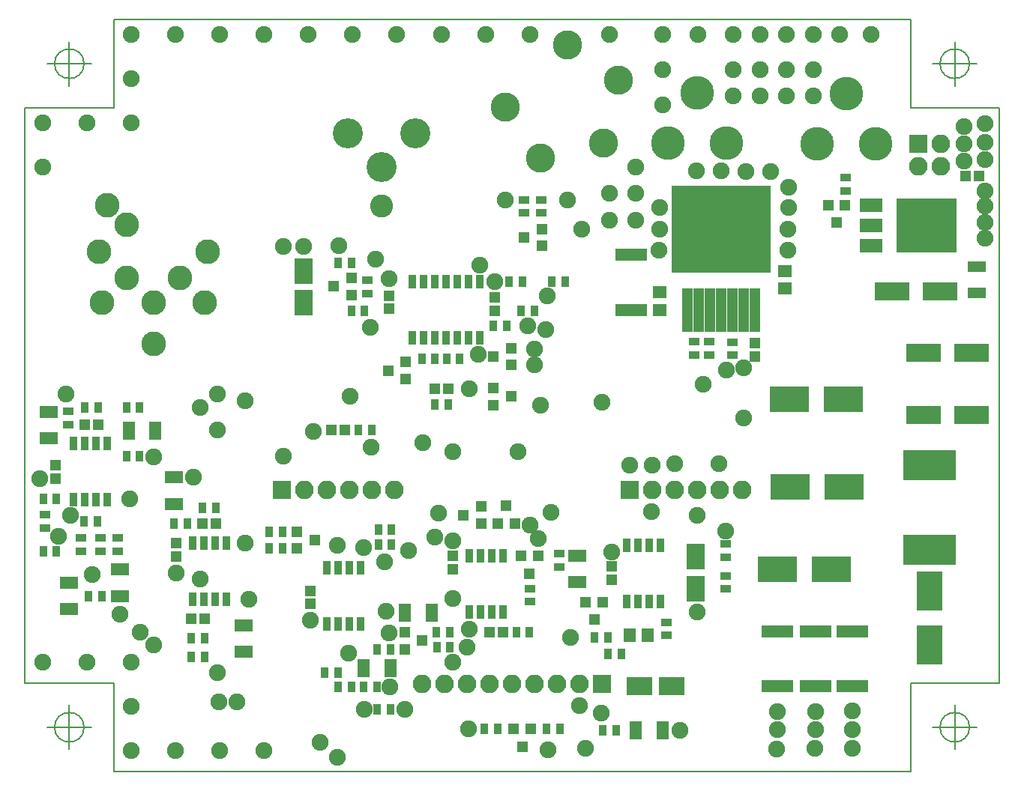
<source format=gbr>
G04 #@! TF.GenerationSoftware,KiCad,Pcbnew,(5.1.4)-1*
G04 #@! TF.CreationDate,2019-12-04T23:14:54+01:00*
G04 #@! TF.ProjectId,instru_bab_v2,696e7374-7275-45f6-9261-625f76322e6b,rev?*
G04 #@! TF.SameCoordinates,Original*
G04 #@! TF.FileFunction,Soldermask,Top*
G04 #@! TF.FilePolarity,Negative*
%FSLAX46Y46*%
G04 Gerber Fmt 4.6, Leading zero omitted, Abs format (unit mm)*
G04 Created by KiCad (PCBNEW (5.1.4)-1) date 2019-12-04 23:14:54*
%MOMM*%
%LPD*%
G04 APERTURE LIST*
%ADD10C,0.200000*%
%ADD11C,0.150000*%
%ADD12R,1.200000X1.150000*%
%ADD13R,0.900000X1.300000*%
%ADD14R,5.900000X3.400000*%
%ADD15R,1.300000X1.200000*%
%ADD16R,2.100000X1.300000*%
%ADD17R,2.600000X1.600000*%
%ADD18R,6.800000X6.200000*%
%ADD19R,1.200000X1.300000*%
%ADD20R,2.100000X2.100000*%
%ADD21O,2.100000X2.100000*%
%ADD22R,1.300000X0.900000*%
%ADD23R,4.400000X2.900000*%
%ADD24R,2.900000X4.400000*%
%ADD25R,1.650000X1.400000*%
%ADD26R,3.900000X2.000000*%
%ADD27R,1.200000X5.000000*%
%ADD28R,11.200000X9.800000*%
%ADD29C,3.800000*%
%ADD30C,2.800000*%
%ADD31R,1.150000X1.200000*%
%ADD32C,3.400000*%
%ADD33C,2.600000*%
%ADD34C,3.300000*%
%ADD35R,0.908000X1.543000*%
%ADD36R,2.000000X3.000000*%
%ADD37R,1.400000X1.650000*%
%ADD38R,2.000000X1.400000*%
%ADD39R,1.400000X2.000000*%
%ADD40R,3.600000X1.400000*%
%ADD41R,3.000000X2.000000*%
%ADD42C,1.900000*%
G04 APERTURE END LIST*
D10*
X139667825Y-108334814D02*
G75*
G03X139667825Y-108334814I-1666666J0D01*
G01*
X135501159Y-108334814D02*
X140501159Y-108334814D01*
X138001159Y-105834814D02*
X138001159Y-110834814D01*
X139667825Y-33334814D02*
G75*
G03X139667825Y-33334814I-1666666J0D01*
G01*
X135501159Y-33334814D02*
X140501159Y-33334814D01*
X138001159Y-30834814D02*
X138001159Y-35834814D01*
X39667825Y-108334814D02*
G75*
G03X39667825Y-108334814I-1666666J0D01*
G01*
X35501159Y-108334814D02*
X40501159Y-108334814D01*
X38001159Y-105834814D02*
X38001159Y-110834814D01*
X39667825Y-33334814D02*
G75*
G03X39667825Y-33334814I-1666666J0D01*
G01*
X35501159Y-33334814D02*
X40501159Y-33334814D01*
X38001159Y-30834814D02*
X38001159Y-35834814D01*
D11*
X43001159Y-103334814D02*
X33001159Y-103334814D01*
X43001159Y-113334814D02*
X43001159Y-103334814D01*
X133001159Y-113334814D02*
X43001159Y-113334814D01*
X133001159Y-103334814D02*
X133001159Y-113334814D01*
X143001159Y-103334814D02*
X133001159Y-103334814D01*
X143001159Y-38334814D02*
X143001159Y-103334814D01*
X133001159Y-38334814D02*
X143001159Y-38334814D01*
X133001159Y-28334814D02*
X133001159Y-38334814D01*
X43001159Y-28334814D02*
X133001159Y-28334814D01*
X43001159Y-38334814D02*
X43001159Y-28334814D01*
X33001159Y-38334814D02*
X43001159Y-38334814D01*
X33001159Y-103334814D02*
X33001159Y-38334814D01*
D12*
X67600000Y-74750000D03*
X69100000Y-74750000D03*
D13*
X72150000Y-74750000D03*
X70650000Y-74750000D03*
D14*
X135150000Y-88250000D03*
X135150000Y-78750000D03*
D15*
X91350000Y-53900000D03*
X91350000Y-52000000D03*
X89350000Y-52950000D03*
D16*
X140500000Y-59200000D03*
X140500000Y-56300000D03*
D17*
X128550000Y-49370000D03*
X128550000Y-51650000D03*
X128550000Y-53930000D03*
D18*
X134850000Y-51650000D03*
D19*
X90934066Y-88964146D03*
X89034066Y-88964146D03*
X89984066Y-90964146D03*
X86400000Y-85300000D03*
X88300000Y-85300000D03*
X87350000Y-83300000D03*
D15*
X84500000Y-85300000D03*
X84500000Y-83400000D03*
X82500000Y-84350000D03*
D20*
X98144066Y-103464146D03*
D21*
X95604066Y-103464146D03*
X93064066Y-103464146D03*
X90524066Y-103464146D03*
X87984066Y-103464146D03*
X85444066Y-103464146D03*
X82904066Y-103464146D03*
X80364066Y-103464146D03*
X77824066Y-103464146D03*
D19*
X125600000Y-49300000D03*
X123700000Y-49300000D03*
X124650000Y-51300000D03*
D22*
X110300000Y-64750000D03*
X110300000Y-66250000D03*
X108550000Y-64750000D03*
X108550000Y-66250000D03*
X125700000Y-47700000D03*
X125700000Y-46200000D03*
D13*
X88484066Y-97564146D03*
X89984066Y-97564146D03*
D22*
X90000000Y-94150000D03*
X90000000Y-92650000D03*
X93350000Y-90200000D03*
X93350000Y-88700000D03*
D13*
X72800000Y-106300000D03*
X74300000Y-106300000D03*
X81000000Y-99250000D03*
X79500000Y-99250000D03*
D23*
X125500000Y-81200000D03*
X119400000Y-81200000D03*
X124100000Y-90450000D03*
X118000000Y-90450000D03*
D24*
X135150000Y-92900000D03*
X135150000Y-99000000D03*
D25*
X104700000Y-61150000D03*
X104700000Y-59150000D03*
D26*
X134500000Y-66000000D03*
X139900000Y-66000000D03*
X130940169Y-59028119D03*
X136340169Y-59028119D03*
D12*
X140750000Y-46000000D03*
X139250000Y-46000000D03*
D23*
X125450000Y-71300000D03*
X119350000Y-71300000D03*
D26*
X134500000Y-73050000D03*
X139900000Y-73050000D03*
D20*
X133900000Y-42350000D03*
D21*
X136440000Y-42350000D03*
X133900000Y-44890000D03*
X136440000Y-44890000D03*
D27*
X107790000Y-61150000D03*
X109060000Y-61150000D03*
X110330000Y-61150000D03*
X111600000Y-61150000D03*
X112870000Y-61150000D03*
X114140000Y-61150000D03*
X115410000Y-61150000D03*
D28*
X111600000Y-52000000D03*
D29*
X108950000Y-36650000D03*
X105650000Y-42300000D03*
X112250000Y-42300000D03*
D30*
X53650000Y-54550000D03*
X44500000Y-51550000D03*
X47500000Y-60350000D03*
X53300000Y-60350000D03*
X47500000Y-65000000D03*
X41700000Y-60350000D03*
X42300000Y-49350000D03*
X41350000Y-54550000D03*
X44500000Y-57550000D03*
X50500000Y-57550000D03*
D29*
X125750000Y-36700000D03*
X122450000Y-42350000D03*
X129050000Y-42350000D03*
D20*
X101284066Y-81464146D03*
D21*
X103824066Y-81464146D03*
X106364066Y-81464146D03*
X108904066Y-81464146D03*
X111444066Y-81464146D03*
X113984066Y-81464146D03*
D20*
X61984066Y-81464146D03*
D21*
X64524066Y-81464146D03*
X67064066Y-81464146D03*
X69604066Y-81464146D03*
X72144066Y-81464146D03*
X74684066Y-81464146D03*
D31*
X65234066Y-92914146D03*
X65234066Y-94414146D03*
D22*
X91300000Y-48700000D03*
X91300000Y-50200000D03*
X89350000Y-48700000D03*
X89350000Y-50200000D03*
D32*
X69490000Y-41200000D03*
X77110000Y-41200000D03*
X73300000Y-45010000D03*
D33*
X73300000Y-49450000D03*
D34*
X87250000Y-38200000D03*
X94250000Y-31200000D03*
X100050000Y-35200000D03*
X98320000Y-42270000D03*
X91250000Y-44000000D03*
D12*
X41240544Y-74131913D03*
X39740544Y-74131913D03*
D31*
X74100000Y-59550000D03*
X74100000Y-61050000D03*
D35*
X76780000Y-64300000D03*
X78050000Y-64300000D03*
X79320000Y-64300000D03*
X80590000Y-64300000D03*
X81860000Y-64300000D03*
X83130000Y-64300000D03*
X84400000Y-64300000D03*
X84400000Y-57950000D03*
X83130000Y-57950000D03*
X80590000Y-57950000D03*
X79320000Y-57950000D03*
X78050000Y-57950000D03*
X76780000Y-57950000D03*
X81860000Y-57950000D03*
X83202680Y-88935610D03*
X84472680Y-88935610D03*
X85742680Y-88935610D03*
X87012680Y-88935610D03*
X87012680Y-95285610D03*
X85742680Y-95285610D03*
X84472680Y-95285610D03*
X83202680Y-95285610D03*
X67124066Y-90314146D03*
X68394066Y-90314146D03*
X69664066Y-90314146D03*
X70934066Y-90314146D03*
X70934066Y-96664146D03*
X69664066Y-96664146D03*
X68394066Y-96664146D03*
X67124066Y-96664146D03*
X100929066Y-87789146D03*
X102199066Y-87789146D03*
X103469066Y-87789146D03*
X104739066Y-87789146D03*
X104739066Y-94139146D03*
X103469066Y-94139146D03*
X102199066Y-94139146D03*
X100929066Y-94139146D03*
D13*
X89200000Y-58000000D03*
X87700000Y-58000000D03*
X90550000Y-61250000D03*
X89050000Y-61250000D03*
X94000000Y-57950000D03*
X92500000Y-57950000D03*
D22*
X112900000Y-64800000D03*
X112900000Y-66300000D03*
D13*
X85900000Y-62950000D03*
X87400000Y-62950000D03*
X79300000Y-71850000D03*
X80800000Y-71850000D03*
X80600000Y-66650000D03*
X82100000Y-66650000D03*
X79300000Y-66650000D03*
X77800000Y-66650000D03*
X71350000Y-61300000D03*
X69850000Y-61300000D03*
X69850000Y-55850000D03*
X68350000Y-55850000D03*
D22*
X71700000Y-59300000D03*
X71700000Y-57800000D03*
D13*
X91900000Y-108550000D03*
X93400000Y-108550000D03*
X86400000Y-108550000D03*
X84900000Y-108550000D03*
X62100000Y-86250000D03*
X60600000Y-86250000D03*
X62106108Y-88104698D03*
X60606108Y-88104698D03*
X72900000Y-86000000D03*
X74400000Y-86000000D03*
X72900000Y-87700000D03*
X74400000Y-87700000D03*
X100334066Y-100064146D03*
X98834066Y-100064146D03*
X98834066Y-98164146D03*
X97334066Y-98164146D03*
D22*
X105400000Y-97950000D03*
X105400000Y-96450000D03*
X112100000Y-91200000D03*
X112100000Y-92700000D03*
X112100000Y-87600000D03*
X112100000Y-89100000D03*
D13*
X45950000Y-72200000D03*
X44450000Y-72200000D03*
X71250000Y-103750000D03*
X72750000Y-103750000D03*
D22*
X35250000Y-85831913D03*
X35250000Y-84331913D03*
D13*
X74250000Y-99500000D03*
X72750000Y-99500000D03*
X35040544Y-82531913D03*
X36540544Y-82531913D03*
D22*
X41540544Y-88431913D03*
X41540544Y-86931913D03*
D13*
X45950000Y-77700000D03*
X44450000Y-77700000D03*
X79484066Y-97564146D03*
X80984066Y-97564146D03*
X41140544Y-85031913D03*
X39640544Y-85031913D03*
D22*
X39340544Y-86931913D03*
X39340544Y-88431913D03*
X43500000Y-86950000D03*
X43500000Y-88450000D03*
D13*
X35040544Y-88431913D03*
X36540544Y-88431913D03*
X41650000Y-93500000D03*
X40150000Y-93500000D03*
X68350000Y-102200000D03*
X66850000Y-102200000D03*
X68350000Y-103750000D03*
X69850000Y-103750000D03*
D15*
X75850000Y-97600000D03*
X75850000Y-99500000D03*
X77850000Y-98550000D03*
X69850000Y-59450000D03*
X69850000Y-57550000D03*
X67850000Y-58500000D03*
X87900000Y-67400000D03*
X87900000Y-65500000D03*
X85900000Y-66450000D03*
X85900000Y-70000000D03*
X85900000Y-71900000D03*
X87900000Y-70950000D03*
X76000000Y-68950000D03*
X76000000Y-67050000D03*
X74000000Y-68000000D03*
D19*
X90100000Y-108550000D03*
X88200000Y-108550000D03*
X89150000Y-110550000D03*
D15*
X63706108Y-86204698D03*
X63706108Y-88104698D03*
X65706108Y-87154698D03*
D19*
X98234066Y-94164146D03*
X96334066Y-94164146D03*
X97284066Y-96164146D03*
D31*
X115400000Y-64950000D03*
X115400000Y-66450000D03*
X86050000Y-59750000D03*
X86050000Y-61250000D03*
D12*
X80800000Y-70050000D03*
X79300000Y-70050000D03*
D36*
X64450000Y-60350000D03*
X64450000Y-56750000D03*
D31*
X81307680Y-88964146D03*
X81307680Y-90464146D03*
D12*
X86984066Y-97564146D03*
X85484066Y-97564146D03*
D37*
X103334066Y-97964146D03*
X101334066Y-97964146D03*
D31*
X99234066Y-90164146D03*
X99234066Y-91664146D03*
D38*
X95350000Y-91950000D03*
X95350000Y-88950000D03*
D36*
X108734066Y-89064146D03*
X108734066Y-92664146D03*
D38*
X35700000Y-75700000D03*
X35700000Y-72700000D03*
D39*
X71250000Y-101650000D03*
X74250000Y-101650000D03*
D31*
X36440544Y-78731913D03*
X36440544Y-80231913D03*
D39*
X44700000Y-74800000D03*
X47700000Y-74800000D03*
D38*
X38000000Y-92000000D03*
X38000000Y-95000000D03*
X43700000Y-90500000D03*
X43700000Y-93500000D03*
D40*
X101450000Y-61150000D03*
X101450000Y-54950000D03*
D39*
X75900000Y-95400000D03*
X78900000Y-95400000D03*
D40*
X117974914Y-97511407D03*
X117974914Y-103711407D03*
X126424914Y-97511407D03*
X126424914Y-103711407D03*
X122274914Y-97511407D03*
X122274914Y-103711407D03*
D25*
X118850000Y-58750000D03*
X118850000Y-56750000D03*
D12*
X53250000Y-96100000D03*
X51750000Y-96100000D03*
D31*
X50100000Y-89050000D03*
X50100000Y-87550000D03*
D38*
X57700000Y-96800000D03*
X57700000Y-99800000D03*
D39*
X102000000Y-108700000D03*
X105000000Y-108700000D03*
D12*
X54550000Y-85300000D03*
X53050000Y-85300000D03*
D38*
X49800000Y-83100000D03*
X49800000Y-80100000D03*
D41*
X106000000Y-103700000D03*
X102400000Y-103700000D03*
D22*
X37900000Y-72650000D03*
X37900000Y-74150000D03*
D13*
X41250000Y-72200000D03*
X39750000Y-72200000D03*
X53250000Y-98300000D03*
X51750000Y-98300000D03*
X53250000Y-100400000D03*
X51750000Y-100400000D03*
X98250000Y-108700000D03*
X99750000Y-108700000D03*
X53050000Y-83500000D03*
X54550000Y-83500000D03*
X51300000Y-85300000D03*
X49800000Y-85300000D03*
D35*
X38495000Y-82575000D03*
X39765000Y-82575000D03*
X41035000Y-82575000D03*
X42305000Y-82575000D03*
X42305000Y-76225000D03*
X41035000Y-76225000D03*
X39765000Y-76225000D03*
X38495000Y-76225000D03*
X51895000Y-87525000D03*
X53165000Y-87525000D03*
X54435000Y-87525000D03*
X55705000Y-87525000D03*
X55705000Y-93875000D03*
X54435000Y-93875000D03*
X53165000Y-93875000D03*
X51895000Y-93875000D03*
D42*
X73800000Y-95250000D03*
X77950000Y-76200000D03*
X37600000Y-70650000D03*
X54750000Y-102200000D03*
X54750000Y-70650000D03*
X54750000Y-74750000D03*
X103750000Y-83950000D03*
X112100000Y-86200000D03*
X81300000Y-101000000D03*
X72550000Y-55450000D03*
X72000000Y-63100000D03*
X81323385Y-87254126D03*
X81300000Y-93800000D03*
X99250000Y-88550000D03*
X103800000Y-78700000D03*
X81300000Y-77200000D03*
X79700000Y-84100000D03*
X112250000Y-67950000D03*
X91950000Y-59600000D03*
X74100000Y-57650000D03*
X65250000Y-96200000D03*
X74200000Y-103750000D03*
X108900000Y-84350000D03*
X108950000Y-95300000D03*
X79299998Y-86800000D03*
X44850000Y-82500000D03*
X111400000Y-78550000D03*
X106400000Y-78550000D03*
X58300000Y-93900000D03*
X50100000Y-90900000D03*
X52000000Y-80100000D03*
X71300000Y-106300000D03*
X107000000Y-108700000D03*
X76300000Y-88400000D03*
X57900000Y-71400000D03*
X64500000Y-54000000D03*
X68400000Y-53900000D03*
X65600000Y-74900000D03*
X34700000Y-80200000D03*
X75000000Y-30000000D03*
X65000000Y-30000000D03*
X45000000Y-30000000D03*
X70000000Y-30000000D03*
X55000000Y-30000000D03*
X50000000Y-30000000D03*
X60000000Y-30000000D03*
X80000000Y-30000000D03*
X85000000Y-30000000D03*
X90000000Y-30000000D03*
X99000000Y-30000000D03*
X45000000Y-35000000D03*
X40000000Y-40000000D03*
X35000000Y-40000000D03*
X35000000Y-45000000D03*
X45000000Y-40000000D03*
X45000000Y-111000000D03*
X45000000Y-106000000D03*
X45000000Y-101000000D03*
X40000000Y-101000000D03*
X35000000Y-101000000D03*
X50000000Y-111000000D03*
X55000000Y-111000000D03*
X60000000Y-111000000D03*
X47500000Y-99000000D03*
X47500000Y-77750010D03*
X94600000Y-98150000D03*
X90069737Y-85487504D03*
X83200000Y-70050000D03*
X90550000Y-65550010D03*
X114150000Y-73350000D03*
X114150000Y-67700000D03*
X89800000Y-63000000D03*
X86050000Y-58000000D03*
X139050000Y-42350000D03*
X139050000Y-40450000D03*
X139050000Y-44300000D03*
X117950000Y-106550000D03*
X122250000Y-106550000D03*
X126400000Y-106500000D03*
X117950000Y-108600000D03*
X122250000Y-108600000D03*
X126400000Y-108600000D03*
X141450000Y-53050000D03*
X141450000Y-51250000D03*
X141450000Y-49450000D03*
X141450000Y-47700000D03*
X141450000Y-44200000D03*
X141400000Y-42200000D03*
X141400000Y-40100000D03*
X117900000Y-110800000D03*
X122200000Y-110700000D03*
X126400000Y-110700000D03*
X99000000Y-48000000D03*
X102000000Y-45000000D03*
X102000000Y-48000000D03*
X102000000Y-51000000D03*
X105000000Y-38000000D03*
X105000000Y-34000000D03*
X113000000Y-37000000D03*
X113000000Y-34000000D03*
X116000000Y-34000000D03*
X116000000Y-37000000D03*
X119000000Y-37000000D03*
X119000000Y-34000000D03*
X122000000Y-34000000D03*
X122000000Y-37000000D03*
X99000000Y-51000000D03*
X105000000Y-30000000D03*
X109000000Y-30000000D03*
X116000000Y-30000000D03*
X119000000Y-30000000D03*
X122000000Y-30000000D03*
X125000000Y-30000000D03*
X128550000Y-30000000D03*
X113000000Y-30000000D03*
X68300000Y-111700000D03*
X68300000Y-87800000D03*
X91200000Y-71900000D03*
X91850006Y-63350000D03*
X90550000Y-67400002D03*
X83200000Y-97250000D03*
X88650000Y-77200000D03*
X101250006Y-78750000D03*
X104600000Y-54450000D03*
X104650000Y-49600000D03*
X119200000Y-49550000D03*
X119150000Y-54400000D03*
X114400000Y-45500000D03*
X111600000Y-45400000D03*
X108850000Y-45400002D03*
X119150000Y-52000000D03*
X104650000Y-52000000D03*
X119200000Y-47300000D03*
X117200000Y-45500000D03*
X38149994Y-84350000D03*
X40600005Y-91100005D03*
X72100000Y-76700000D03*
X84400000Y-56100000D03*
X84150000Y-66150000D03*
X43700000Y-95600000D03*
X46000000Y-97600000D03*
X87250000Y-48700000D03*
X94250000Y-48700000D03*
X56900000Y-105500000D03*
X62150000Y-53949958D03*
X57900000Y-87500000D03*
X54900000Y-105499996D03*
X95600000Y-105899996D03*
X98100000Y-106700000D03*
X83100000Y-108550000D03*
X66300000Y-110050000D03*
X71200000Y-88000000D03*
X92100000Y-110900000D03*
X96300000Y-110700000D03*
X109600000Y-69600000D03*
X36757552Y-86767149D03*
X82900000Y-99250000D03*
X75900000Y-106300000D03*
X74100000Y-97700000D03*
X92400000Y-84050000D03*
X90950000Y-87000000D03*
X98200000Y-71600000D03*
X95850000Y-52050000D03*
X69550000Y-100000000D03*
X73600000Y-89600000D03*
X62200000Y-77700000D03*
X52800000Y-91600000D03*
X69700000Y-70900000D03*
X52800000Y-72200000D03*
M02*

</source>
